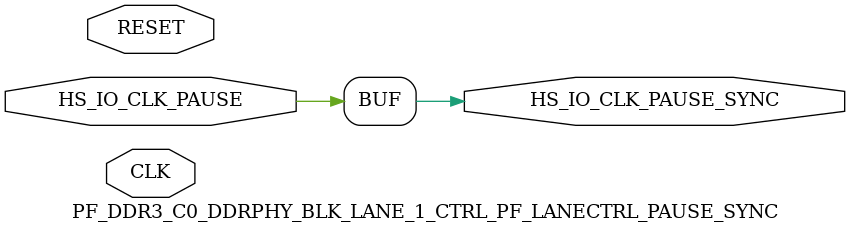
<source format=v>


module PF_DDR3_C0_DDRPHY_BLK_LANE_1_CTRL_PF_LANECTRL_PAUSE_SYNC( CLK, RESET, HS_IO_CLK_PAUSE, HS_IO_CLK_PAUSE_SYNC );
	
	input CLK, RESET, HS_IO_CLK_PAUSE;
	output HS_IO_CLK_PAUSE_SYNC;

	parameter ENABLE_PAUSE_EXTENSION = 2'b00;

	reg pause_reg_0, pause_reg_1, pause;
	wire pause_sync_0_i;

	generate 
		if( ENABLE_PAUSE_EXTENSION == 3'b000 ) begin : feed
			assign HS_IO_CLK_PAUSE_SYNC = HS_IO_CLK_PAUSE;
		end else if( ENABLE_PAUSE_EXTENSION == 3'b001 ) begin : pipe
			(* HS_IO_CLK_PAUSE_SYNC = 1, syn_keep = 1 *) SLE pause_sync_0(
				.CLK( CLK ),
				.D( HS_IO_CLK_PAUSE ),
				.Q( pause_sync_0_i ),
				.LAT( 1'b0 ),
				.EN( 1'b1 ),
				.ALn( ~RESET ),
				.ADn( 1'b1 ),
				.SLn( 1'b1 ),
				.SD( 1'b0 )
				);

			(* HS_IO_CLK_PAUSE_SYNC = 1, syn_keep = 1 *) SLE pause_sync (
				.CLK( CLK ),
				.D( pause_sync_0_i ),
				.Q( HS_IO_CLK_PAUSE_SYNC ),
				.LAT( 1'b0 ),
				.EN( 1'b1 ),
				.ALn( ~RESET ),
				.ADn( 1'b1 ),
				.SLn( 1'b1 ),
				.SD( 1'b0 )
				);
		end else if ( ENABLE_PAUSE_EXTENSION == 3'b010 ) begin : ext_pipe
			always @(posedge CLK or posedge RESET) begin : ext
				if( RESET == 1'b1 ) begin
					pause_reg_0 <= 1'b0;
					pause_reg_1 <= 1'b0;
					pause <= 1'b0;
				end else begin
					pause_reg_0 <= HS_IO_CLK_PAUSE;
					pause_reg_1 <= pause_reg_0;
					if( HS_IO_CLK_PAUSE == 1'b0 && pause_reg_0 ==1'b1 && pause_reg_1 == 1'b0 )
						pause <= 1'b1; // Extend by 1 cycle if the pulse is less than a cycle
					else
						pause <= HS_IO_CLK_PAUSE;
				end
			end

			(* HS_IO_CLK_PAUSE_SYNC = 1, syn_keep = 1 *) SLE pause_sync (
				.CLK( CLK ),
				.D( pause ),
				.Q( HS_IO_CLK_PAUSE_SYNC ),
				.LAT( 1'b0 ),
				.EN( 1'b1 ),
				.ALn( ~RESET ),
				.ADn( 1'b1 ),
				.SLn( 1'b1 ),
				.SD( 1'b0 )
				);
		end else if ( ENABLE_PAUSE_EXTENSION == 3'b011 ) begin : pipe_fall 
			(* HS_IO_CLK_PAUSE_SYNC = 1, syn_keep = 1 *) SLE pause_sync_0 (
				.CLK( CLK ),
				.D( HS_IO_CLK_PAUSE ),
				.Q( pause_sync_0_i ),
				.LAT( 1'b0 ),
				.EN( 1'b1 ),
				.ALn( ~RESET ),
				.ADn( 1'b1 ),
				.SLn( 1'b1 ),
				.SD( 1'b0 )
				);

			(* HS_IO_CLK_PAUSE_SYNC = 1, syn_keep = 1 *) SLE pause_sync (
				.CLK( ~CLK ),
				.D( pause_sync_0_i ),
				.Q( HS_IO_CLK_PAUSE_SYNC ),
				.LAT( 1'b0 ),
				.EN( 1'b1 ),
				.ALn( ~RESET ),
				.ADn( 1'b1 ),
				.SLn( 1'b1 ),
				.SD( 1'b0 )
				);
		end else if ( ENABLE_PAUSE_EXTENSION == 3'b100 ) begin : ext_pipe_fall 
			always @(posedge CLK or posedge RESET) begin : ext
				if( RESET == 1'b1 ) begin
					pause_reg_0 <= 1'b0;
					pause_reg_1 <= 1'b0;
					pause <= 1'b0;
				end else begin
					pause_reg_0 <= HS_IO_CLK_PAUSE;
					pause_reg_1 <= pause_reg_0;
					if( HS_IO_CLK_PAUSE == 1'b0 && pause_reg_0 ==1'b1 && pause_reg_1 == 1'b0 )
						pause <= 1'b1; // Extend by 1 cycle if the pulse is less than a cycle
					else
						pause <= HS_IO_CLK_PAUSE;
				end
			end

			(* HS_IO_CLK_PAUSE_SYNC = 1, syn_keep = 1 *) SLE pause_sync (
				.CLK( ~CLK ),
				.D( pause ),
				.Q( HS_IO_CLK_PAUSE_SYNC ),
				.LAT( 1'b0 ),
				.EN( 1'b1 ),
				.ALn( ~RESET ),
				.ADn( 1'b1 ),
				.SLn( 1'b1 ),
				.SD( 1'b0 )
				);
		end
	endgenerate

endmodule
</source>
